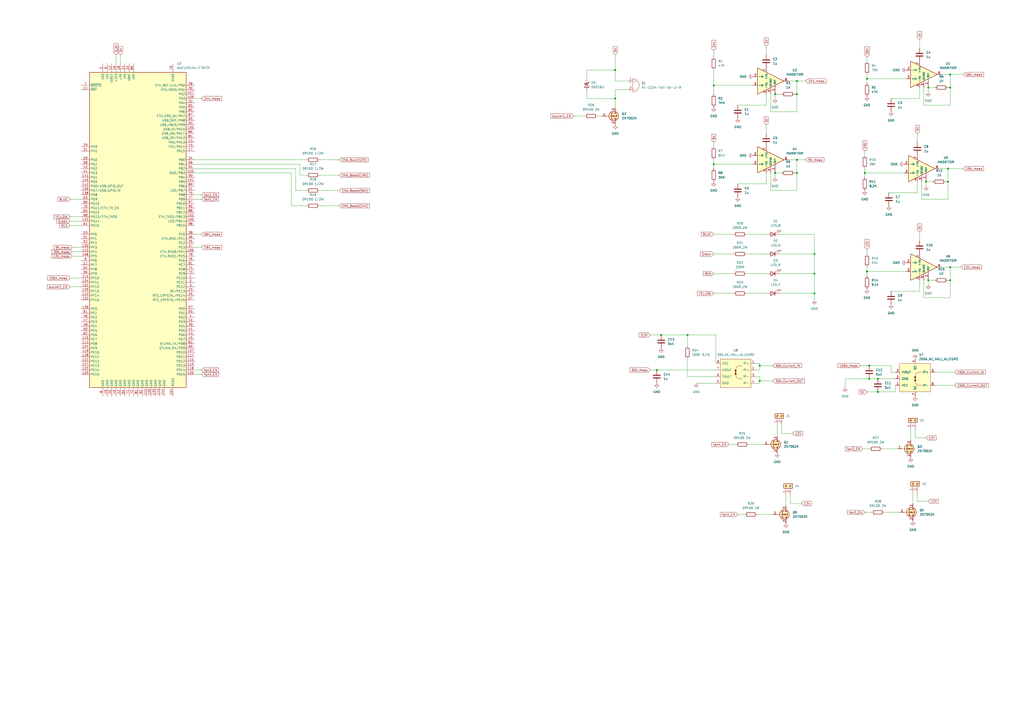
<source format=kicad_sch>
(kicad_sch (version 20231120) (generator "eeschema") (generator_version "8.0")
  (paper "A2")
  (junction (at 504.19 212.09))
  (junction (at 472.44 147.32))
  (junction (at 356.87 40.64))
  (junction (at 462.28 46.99))
  (junction (at 502.92 157.48))
  (junction (at 504.19 219.71))
  (junction (at 537.21 105.41))
  (junction (at 472.44 170.18))
  (junction (at 509.27 219.71))
  (junction (at 398.78 194.31))
  (junction (at 502.92 45.72))
  (junction (at 449.58 100.33))
  (junction (at 440.69 212.09))
  (junction (at 509.27 227.33))
  (junction (at 462.28 54.61))
  (junction (at 538.48 50.8))
  (junction (at 462.28 92.71))
  (junction (at 501.65 100.33))
  (junction (at 440.69 220.98))
  (junction (at 383.54 194.31))
  (junction (at 462.28 100.33))
  (junction (at 551.18 50.8))
  (junction (at 449.58 54.61))
  (junction (at 381 214.63))
  (junction (at 551.18 162.56))
  (junction (at 549.91 105.41))
  (junction (at 414.02 49.53))
  (junction (at 538.48 162.56))
  (junction (at 356.87 57.15))
  (junction (at 414.02 95.25))
  (junction (at 549.91 97.79))
  (junction (at 551.18 43.18))
  (junction (at 551.18 154.94))
  (junction (at 472.44 158.75))
  (wire (pts (xy 422.91 257.81) (xy 426.72 257.81)))
  (wire (pts (xy 116.84 214.63) (xy 113.03 214.63)))
  (wire (pts (xy 449.58 100.33) (xy 453.39 100.33)))
  (wire (pts (xy 439.42 298.45) (xy 448.31 298.45)))
  (wire (pts (xy 501.65 97.79) (xy 501.65 100.33)))
  (wire (pts (xy 551.18 43.18) (xy 546.1 43.18)))
  (wire (pts (xy 113.03 143.51) (xy 116.84 143.51)))
  (wire (pts (xy 448.31 212.09) (xy 440.69 212.09)))
  (wire (pts (xy 502.92 33.02) (xy 502.92 35.56)))
  (wire (pts (xy 462.28 54.61) (xy 462.28 64.77)))
  (wire (pts (xy 444.5 26.67) (xy 444.5 31.75)))
  (wire (pts (xy 551.18 154.94) (xy 546.1 154.94)))
  (wire (pts (xy 551.18 162.56) (xy 551.18 172.72)))
  (wire (pts (xy 414.02 82.55) (xy 414.02 85.09)))
  (wire (pts (xy 433.07 147.32) (xy 444.5 147.32)))
  (wire (pts (xy 113.03 95.25) (xy 173.99 95.25)))
  (wire (pts (xy 40.64 125.73) (xy 46.99 125.73)))
  (wire (pts (xy 449.58 57.15) (xy 449.58 54.61)))
  (wire (pts (xy 519.43 215.9) (xy 516.89 215.9)))
  (wire (pts (xy 414.02 29.21) (xy 414.02 33.02)))
  (wire (pts (xy 41.91 148.59) (xy 46.99 148.59)))
  (wire (pts (xy 447.04 100.33) (xy 447.04 110.49)))
  (wire (pts (xy 185.42 92.71) (xy 196.85 92.71)))
  (wire (pts (xy 434.34 257.81) (xy 443.23 257.81)))
  (wire (pts (xy 453.39 251.46) (xy 459.74 251.46)))
  (wire (pts (xy 551.18 162.56) (xy 549.91 162.56)))
  (wire (pts (xy 185.42 101.6) (xy 196.85 101.6)))
  (wire (pts (xy 549.91 97.79) (xy 558.8 97.79)))
  (wire (pts (xy 450.85 246.38) (xy 450.85 252.73)))
  (wire (pts (xy 549.91 105.41) (xy 548.64 105.41)))
  (wire (pts (xy 185.42 119.38) (xy 196.85 119.38)))
  (wire (pts (xy 414.02 147.32) (xy 425.45 147.32)))
  (wire (pts (xy 504.19 219.71) (xy 490.22 219.71)))
  (wire (pts (xy 356.87 40.64) (xy 356.87 46.99)))
  (wire (pts (xy 462.28 100.33) (xy 461.01 100.33)))
  (wire (pts (xy 383.54 194.31) (xy 398.78 194.31)))
  (wire (pts (xy 529.59 285.75) (xy 529.59 292.1)))
  (wire (pts (xy 525.78 45.72) (xy 502.92 45.72)))
  (wire (pts (xy 524.51 100.33) (xy 501.65 100.33)))
  (wire (pts (xy 414.02 40.64) (xy 414.02 49.53)))
  (wire (pts (xy 452.12 170.18) (xy 472.44 170.18)))
  (wire (pts (xy 533.4 50.8) (xy 533.4 57.15)))
  (wire (pts (xy 440.69 220.98) (xy 448.31 220.98)))
  (wire (pts (xy 113.03 100.33) (xy 168.91 100.33)))
  (wire (pts (xy 398.78 194.31) (xy 398.78 200.66)))
  (wire (pts (xy 340.36 45.72) (xy 340.36 40.64)))
  (wire (pts (xy 504.19 212.09) (xy 516.89 212.09)))
  (wire (pts (xy 414.02 135.89) (xy 425.45 135.89)))
  (wire (pts (xy 433.07 158.75) (xy 444.5 158.75)))
  (wire (pts (xy 433.07 170.18) (xy 444.5 170.18)))
  (wire (pts (xy 168.91 100.33) (xy 168.91 119.38)))
  (wire (pts (xy 398.78 194.31) (xy 415.29 194.31)))
  (wire (pts (xy 472.44 147.32) (xy 472.44 158.75)))
  (wire (pts (xy 444.5 54.61) (xy 444.5 60.96)))
  (wire (pts (xy 549.91 105.41) (xy 549.91 115.57)))
  (wire (pts (xy 499.11 212.09) (xy 504.19 212.09)))
  (wire (pts (xy 414.02 92.71) (xy 414.02 95.25)))
  (wire (pts (xy 40.64 128.27) (xy 46.99 128.27)))
  (wire (pts (xy 502.92 144.78) (xy 502.92 147.32)))
  (wire (pts (xy 452.12 147.32) (xy 472.44 147.32)))
  (wire (pts (xy 398.78 208.28) (xy 398.78 218.44)))
  (wire (pts (xy 440.69 220.98) (xy 440.69 222.25)))
  (wire (pts (xy 414.02 95.25) (xy 414.02 97.79)))
  (wire (pts (xy 113.03 135.89) (xy 116.84 135.89)))
  (wire (pts (xy 440.69 212.09) (xy 440.69 214.63)))
  (wire (pts (xy 455.93 287.02) (xy 455.93 293.37)))
  (wire (pts (xy 538.48 165.1) (xy 538.48 162.56)))
  (wire (pts (xy 440.69 212.09) (xy 440.69 210.82)))
  (wire (pts (xy 356.87 62.23) (xy 356.87 57.15)))
  (wire (pts (xy 532.13 105.41) (xy 532.13 111.76)))
  (wire (pts (xy 551.18 50.8) (xy 551.18 60.96)))
  (wire (pts (xy 537.21 105.41) (xy 541.02 105.41)))
  (wire (pts (xy 67.31 31.75) (xy 67.31 36.83)))
  (wire (pts (xy 458.47 292.1) (xy 464.82 292.1)))
  (wire (pts (xy 462.28 46.99) (xy 457.2 46.99)))
  (wire (pts (xy 501.65 100.33) (xy 501.65 102.87)))
  (wire (pts (xy 438.15 210.82) (xy 440.69 210.82)))
  (wire (pts (xy 436.88 49.53) (xy 414.02 49.53)))
  (wire (pts (xy 414.02 49.53) (xy 414.02 54.61)))
  (wire (pts (xy 452.12 158.75) (xy 472.44 158.75)))
  (wire (pts (xy 433.07 135.89) (xy 444.5 135.89)))
  (wire (pts (xy 113.03 217.17) (xy 116.84 217.17)))
  (wire (pts (xy 462.28 92.71) (xy 462.28 100.33)))
  (wire (pts (xy 438.15 218.44) (xy 440.69 218.44)))
  (wire (pts (xy 551.18 154.94) (xy 551.18 162.56)))
  (wire (pts (xy 113.03 97.79) (xy 171.45 97.79)))
  (wire (pts (xy 534.67 115.57) (xy 549.91 115.57)))
  (wire (pts (xy 41.91 146.05) (xy 46.99 146.05)))
  (wire (pts (xy 444.5 72.39) (xy 444.5 77.47)))
  (wire (pts (xy 381 214.63) (xy 415.29 214.63)))
  (wire (pts (xy 551.18 43.18) (xy 551.18 50.8)))
  (wire (pts (xy 519.43 219.71) (xy 509.27 219.71)))
  (wire (pts (xy 530.86 254) (xy 537.21 254)))
  (wire (pts (xy 458.47 287.02) (xy 458.47 292.1)))
  (wire (pts (xy 40.64 130.81) (xy 46.99 130.81)))
  (wire (pts (xy 340.36 53.34) (xy 340.36 57.15)))
  (wire (pts (xy 534.67 105.41) (xy 534.67 115.57)))
  (wire (pts (xy 427.99 298.45) (xy 431.8 298.45)))
  (wire (pts (xy 538.48 50.8) (xy 542.29 50.8)))
  (wire (pts (xy 444.5 60.96) (xy 427.99 60.96)))
  (wire (pts (xy 502.92 157.48) (xy 502.92 160.02)))
  (wire (pts (xy 415.29 194.31) (xy 415.29 210.82)))
  (wire (pts (xy 535.94 60.96) (xy 551.18 60.96)))
  (wire (pts (xy 171.45 97.79) (xy 171.45 110.49)))
  (wire (pts (xy 551.18 43.18) (xy 558.8 43.18)))
  (wire (pts (xy 177.8 101.6) (xy 173.99 101.6)))
  (wire (pts (xy 40.64 161.29) (xy 46.99 161.29)))
  (wire (pts (xy 549.91 97.79) (xy 544.83 97.79)))
  (wire (pts (xy 462.28 92.71) (xy 457.2 92.71)))
  (wire (pts (xy 542.29 215.9) (xy 553.72 215.9)))
  (wire (pts (xy 501.65 297.18) (xy 505.46 297.18)))
  (wire (pts (xy 532.13 285.75) (xy 532.13 290.83)))
  (wire (pts (xy 538.48 162.56) (xy 542.29 162.56)))
  (wire (pts (xy 472.44 135.89) (xy 472.44 147.32)))
  (wire (pts (xy 449.58 102.87) (xy 449.58 100.33)))
  (wire (pts (xy 449.58 54.61) (xy 453.39 54.61)))
  (wire (pts (xy 530.86 248.92) (xy 530.86 254)))
  (wire (pts (xy 535.94 50.8) (xy 535.94 60.96)))
  (wire (pts (xy 340.36 57.15) (xy 356.87 57.15)))
  (wire (pts (xy 346.71 67.31) (xy 349.25 67.31)))
  (wire (pts (xy 415.29 218.44) (xy 398.78 218.44)))
  (wire (pts (xy 40.64 115.57) (xy 46.99 115.57)))
  (wire (pts (xy 551.18 50.8) (xy 549.91 50.8)))
  (wire (pts (xy 332.74 67.31) (xy 339.09 67.31)))
  (wire (pts (xy 462.28 46.99) (xy 467.36 46.99)))
  (wire (pts (xy 532.13 111.76) (xy 515.62 111.76)))
  (wire (pts (xy 356.87 57.15) (xy 356.87 52.07)))
  (wire (pts (xy 113.03 57.15) (xy 116.84 57.15)))
  (wire (pts (xy 69.85 31.75) (xy 69.85 36.83)))
  (wire (pts (xy 462.28 100.33) (xy 462.28 110.49)))
  (wire (pts (xy 185.42 110.49) (xy 196.85 110.49)))
  (wire (pts (xy 447.04 54.61) (xy 447.04 64.77)))
  (wire (pts (xy 436.88 95.25) (xy 414.02 95.25)))
  (wire (pts (xy 511.81 260.35) (xy 520.7 260.35)))
  (wire (pts (xy 440.69 218.44) (xy 440.69 220.98)))
  (wire (pts (xy 171.45 110.49) (xy 177.8 110.49)))
  (wire (pts (xy 502.92 227.33) (xy 509.27 227.33)))
  (wire (pts (xy 447.04 64.77) (xy 462.28 64.77)))
  (wire (pts (xy 525.78 157.48) (xy 502.92 157.48)))
  (wire (pts (xy 528.32 248.92) (xy 528.32 255.27)))
  (wire (pts (xy 490.22 219.71) (xy 490.22 224.79)))
  (wire (pts (xy 356.87 52.07) (xy 364.49 52.07)))
  (wire (pts (xy 340.36 40.64) (xy 356.87 40.64)))
  (wire (pts (xy 502.92 154.94) (xy 502.92 157.48)))
  (wire (pts (xy 533.4 22.86) (xy 533.4 27.94)))
  (wire (pts (xy 173.99 101.6) (xy 173.99 95.25)))
  (wire (pts (xy 538.48 53.34) (xy 538.48 50.8)))
  (wire (pts (xy 364.49 46.99) (xy 356.87 46.99)))
  (wire (pts (xy 444.5 100.33) (xy 444.5 106.68)))
  (wire (pts (xy 500.38 260.35) (xy 504.19 260.35)))
  (wire (pts (xy 533.4 168.91) (xy 516.89 168.91)))
  (wire (pts (xy 513.08 297.18) (xy 521.97 297.18)))
  (wire (pts (xy 462.28 46.99) (xy 462.28 54.61)))
  (wire (pts (xy 537.21 107.95) (xy 537.21 105.41)))
  (wire (pts (xy 414.02 158.75) (xy 425.45 158.75)))
  (wire (pts (xy 535.94 162.56) (xy 535.94 172.72)))
  (wire (pts (xy 549.91 97.79) (xy 549.91 105.41)))
  (wire (pts (xy 414.02 170.18) (xy 425.45 170.18)))
  (wire (pts (xy 509.27 227.33) (xy 519.43 227.33)))
  (wire (pts (xy 113.03 92.71) (xy 177.8 92.71)))
  (wire (pts (xy 501.65 87.63) (xy 501.65 90.17)))
  (wire (pts (xy 403.86 222.25) (xy 415.29 222.25)))
  (wire (pts (xy 356.87 31.75) (xy 356.87 40.64)))
  (wire (pts (xy 40.64 166.37) (xy 46.99 166.37)))
  (wire (pts (xy 462.28 92.71) (xy 467.36 92.71)))
  (wire (pts (xy 516.89 215.9) (xy 516.89 212.09)))
  (wire (pts (xy 533.4 162.56) (xy 533.4 168.91)))
  (wire (pts (xy 502.92 45.72) (xy 502.92 48.26)))
  (wire (pts (xy 113.03 113.03) (xy 116.84 113.03)))
  (wire (pts (xy 452.12 135.89) (xy 472.44 135.89)))
  (wire (pts (xy 502.92 43.18) (xy 502.92 45.72)))
  (wire (pts (xy 472.44 170.18) (xy 472.44 173.99)))
  (wire (pts (xy 533.4 57.15) (xy 516.89 57.15)))
  (wire (pts (xy 532.13 290.83) (xy 538.48 290.83)))
  (wire (pts (xy 535.94 172.72) (xy 551.18 172.72)))
  (wire (pts (xy 533.4 134.62) (xy 533.4 139.7)))
  (wire (pts (xy 542.29 223.52) (xy 553.72 223.52)))
  (wire (pts (xy 438.15 222.25) (xy 440.69 222.25)))
  (wire (pts (xy 438.15 214.63) (xy 440.69 214.63)))
  (wire (pts (xy 551.18 154.94) (xy 557.53 154.94)))
  (wire (pts (xy 453.39 246.38) (xy 453.39 251.46)))
  (wire (pts (xy 532.13 77.47) (xy 532.13 82.55)))
  (wire (pts (xy 168.91 119.38) (xy 177.8 119.38)))
  (wire (pts (xy 519.43 223.52) (xy 519.43 227.33)))
  (wire (pts (xy 472.44 158.75) (xy 472.44 170.18)))
  (wire (pts (xy 462.28 54.61) (xy 461.01 54.61)))
  (wire (pts (xy 377.19 214.63) (xy 381 214.63)))
  (wire (pts (xy 41.91 143.51) (xy 46.99 143.51)))
  (wire (pts (xy 116.84 115.57) (xy 113.03 115.57)))
  (wire (pts (xy 377.19 194.31) (xy 383.54 194.31)))
  (wire (pts (xy 509.27 219.71) (xy 504.19 219.71)))
  (wire (pts (xy 447.04 110.49) (xy 462.28 110.49)))
  (wire (pts (xy 444.5 106.68) (xy 427.99 106.68)))
  (global_label "fan2_EN" (shape input) (at 501.65 297.18 180) (property "Intersheetrefs" "${INTERSHEET_REFS}" (effects (hide yes))))
  (global_label "9V_meas" (shape input) (at 467.36 92.71 0) (property "Intersheetrefs" "${INTERSHEET_REFS}" (effects (hide yes))))
  (global_label "5V" (shape input) (at 356.87 31.75 90) (property "Intersheetrefs" "${INTERSHEET_REFS}" (effects (hide yes))))
  (global_label "12V" (shape input) (at 459.74 251.46 0) (property "Intersheetrefs" "${INTERSHEET_REFS}" (effects (hide yes))))
  (global_label "12V_meas" (shape input) (at 41.91 148.59 180) (property "Intersheetrefs" "${INTERSHEET_REFS}" (effects (hide yes))))
  (global_label "12V" (shape input) (at 464.82 292.1 0) (property "Intersheetrefs" "${INTERSHEET_REFS}" (effects (hide yes))))
  (global_label "RED" (shape input) (at 414.02 158.75 180) (property "Intersheetrefs" "${INTERSHEET_REFS}" (effects (hide yes))))
  (global_label "12V" (shape input) (at 537.21 254 0) (property "Intersheetrefs" "${INTERSHEET_REFS}" (effects (hide yes))))
  (global_label "fan1_EN" (shape input) (at 116.84 113.03 0) (property "Intersheetrefs" "${INTERSHEET_REFS}" (effects (hide yes))))
  (global_label "12V" (shape input) (at 502.92 144.78 90) (property "Intersheetrefs" "${INTERSHEET_REFS}" (effects (hide yes))))
  (global_label "fan3_EN" (shape input) (at 500.38 260.35 180) (property "Intersheetrefs" "${INTERSHEET_REFS}" (effects (hide yes))))
  (global_label "150A_Current_IN" (shape input) (at 553.72 215.9 0) (property "Intersheetrefs" "${INTERSHEET_REFS}" (effects (hide yes))))
  (global_label "fan4_EN" (shape input) (at 422.91 257.81 180) (property "Intersheetrefs" "${INTERSHEET_REFS}" (effects (hide yes))))
  (global_label "ENA_Boost(19V)" (shape input) (at 196.85 101.6 0) (property "Intersheetrefs" "${INTERSHEET_REFS}" (effects (hide yes))))
  (global_label "3.3V" (shape input) (at 67.31 31.75 90) (property "Intersheetrefs" "${INTERSHEET_REFS}" (effects (hide yes))))
  (global_label "5V" (shape input) (at 533.4 134.62 90) (property "Intersheetrefs" "${INTERSHEET_REFS}" (effects (hide yes))))
  (global_label "3.3V" (shape input) (at 377.19 194.31 180) (property "Intersheetrefs" "${INTERSHEET_REFS}" (effects (hide yes))))
  (global_label "fan4_EN" (shape input) (at 116.84 217.17 0) (property "Intersheetrefs" "${INTERSHEET_REFS}" (effects (hide yes))))
  (global_label "BLUE" (shape input) (at 414.02 135.89 180) (property "Intersheetrefs" "${INTERSHEET_REFS}" (effects (hide yes))))
  (global_label "150A_meas" (shape input) (at 499.11 212.09 180) (property "Intersheetrefs" "${INTERSHEET_REFS}" (effects (hide yes))))
  (global_label "ENA_Buck(12V)" (shape input) (at 196.85 92.71 0) (property "Intersheetrefs" "${INTERSHEET_REFS}" (effects (hide yes))))
  (global_label "buzzer1_EN" (shape input) (at 332.74 67.31 180) (property "Intersheetrefs" "${INTERSHEET_REFS}" (effects (hide yes))))
  (global_label "56V" (shape input) (at 502.92 33.02 90) (property "Intersheetrefs" "${INTERSHEET_REFS}" (effects (hide yes))))
  (global_label "fan3_EN" (shape input) (at 116.84 214.63 0) (property "Intersheetrefs" "${INTERSHEET_REFS}" (effects (hide yes))))
  (global_label "RED" (shape input) (at 40.64 130.81 180) (property "Intersheetrefs" "${INTERSHEET_REFS}" (effects (hide yes))))
  (global_label "19V_meas" (shape input) (at 116.84 143.51 0) (property "Intersheetrefs" "${INTERSHEET_REFS}" (effects (hide yes))))
  (global_label "24V" (shape input) (at 414.02 29.21 90) (property "Intersheetrefs" "${INTERSHEET_REFS}" (effects (hide yes))))
  (global_label "ENA_Boost(56V)" (shape input) (at 196.85 110.49 0) (property "Intersheetrefs" "${INTERSHEET_REFS}" (effects (hide yes))))
  (global_label "YELLOW" (shape input) (at 414.02 170.18 180) (property "Intersheetrefs" "${INTERSHEET_REFS}" (effects (hide yes))))
  (global_label "56V_meas" (shape input) (at 558.8 43.18 0) (property "Intersheetrefs" "${INTERSHEET_REFS}" (effects (hide yes))))
  (global_label "ENA_Boost(24V)" (shape input) (at 196.85 119.38 0) (property "Intersheetrefs" "${INTERSHEET_REFS}" (effects (hide yes))))
  (global_label "5V" (shape input) (at 502.92 227.33 180) (property "Intersheetrefs" "${INTERSHEET_REFS}" (effects (hide yes))))
  (global_label "5V" (shape input) (at 533.4 22.86 90) (property "Intersheetrefs" "${INTERSHEET_REFS}" (effects (hide yes))))
  (global_label "150A_Current_OUT" (shape input) (at 553.72 223.52 0) (property "Intersheetrefs" "${INTERSHEET_REFS}" (effects (hide yes))))
  (global_label "12V_meas" (shape input) (at 557.53 154.94 0) (property "Intersheetrefs" "${INTERSHEET_REFS}" (effects (hide yes))))
  (global_label "56V_meas" (shape input) (at 116.84 135.89 0) (property "Intersheetrefs" "${INTERSHEET_REFS}" (effects (hide yes))))
  (global_label "5V" (shape input) (at 69.85 31.75 90) (property "Intersheetrefs" "${INTERSHEET_REFS}" (effects (hide yes))))
  (global_label "YELLOW" (shape input) (at 40.64 125.73 180) (property "Intersheetrefs" "${INTERSHEET_REFS}" (effects (hide yes))))
  (global_label "9V_meas" (shape input) (at 41.91 143.51 180) (property "Intersheetrefs" "${INTERSHEET_REFS}" (effects (hide yes))))
  (global_label "30A_meas" (shape input) (at 377.19 214.63 180) (property "Intersheetrefs" "${INTERSHEET_REFS}" (effects (hide yes))))
  (global_label "fan1_EN" (shape input) (at 427.99 298.45 180) (property "Intersheetrefs" "${INTERSHEET_REFS}" (effects (hide yes))))
  (global_label "buzzer1_EN" (shape input) (at 40.64 166.37 180) (property "Intersheetrefs" "${INTERSHEET_REFS}" (effects (hide yes))))
  (global_label "30A_Current_IN" (shape input) (at 448.31 212.09 0) (property "Intersheetrefs" "${INTERSHEET_REFS}" (effects (hide yes))))
  (global_label "9V" (shape input) (at 414.02 82.55 90) (property "Intersheetrefs" "${INTERSHEET_REFS}" (effects (hide yes))))
  (global_label "12V" (shape input) (at 538.48 290.83 0) (property "Intersheetrefs" "${INTERSHEET_REFS}" (effects (hide yes))))
  (global_label "24V_meas" (shape input) (at 116.84 57.15 0) (property "Intersheetrefs" "${INTERSHEET_REFS}" (effects (hide yes))))
  (global_label "30A_Current_OUT" (shape input) (at 448.31 220.98 0) (property "Intersheetrefs" "${INTERSHEET_REFS}" (effects (hide yes))))
  (global_label "5V" (shape input) (at 444.5 26.67 90) (property "Intersheetrefs" "${INTERSHEET_REFS}" (effects (hide yes))))
  (global_label "5V" (shape input) (at 444.5 72.39 90) (property "Intersheetrefs" "${INTERSHEET_REFS}" (effects (hide yes))))
  (global_label "fan2_EN" (shape input) (at 116.84 115.57 0) (property "Intersheetrefs" "${INTERSHEET_REFS}" (effects (hide yes))))
  (global_label "Green" (shape input) (at 414.02 147.32 180) (property "Intersheetrefs" "${INTERSHEET_REFS}" (effects (hide yes))))
  (global_label "150A_meas" (shape input) (at 40.64 161.29 180) (property "Intersheetrefs" "${INTERSHEET_REFS}" (effects (hide yes))))
  (global_label "Green" (shape input) (at 40.64 128.27 180) (property "Intersheetrefs" "${INTERSHEET_REFS}" (effects (hide yes))))
  (global_label "19V" (shape input) (at 501.65 87.63 90) (property "Intersheetrefs" "${INTERSHEET_REFS}" (effects (hide yes))))
  (global_label "BLUE" (shape input) (at 40.64 115.57 180) (property "Intersheetrefs" "${INTERSHEET_REFS}" (effects (hide yes))))
  (global_label "19V_meas" (shape input) (at 558.8 97.79 0) (property "Intersheetrefs" "${INTERSHEET_REFS}" (effects (hide yes))))
  (global_label "5V" (shape input) (at 532.13 77.47 90) (property "Intersheetrefs" "${INTERSHEET_REFS}" (effects (hide yes))))
  (global_label "30A_meas" (shape input) (at 41.91 146.05 180) (property "Intersheetrefs" "${INTERSHEET_REFS}" (effects (hide yes))))
  (global_label "24V_meas" (shape input) (at 467.36 46.99 0) (property "Intersheetrefs" "${INTERSHEET_REFS}" (effects (hide yes))))
  (symbol (lib_id "rsx_Resistors:75K") (at 502.92 39.37 0) (unit 1)
    (property "Reference" "R4" (at 505.46 38.0999 0) (effects (justify left)))
    (property "Value" "75K" (at 505.46 40.6399 0) (effects (justify left)))
    (property "Footprint" "rsx_resistors:R_0603_1608Metric" (effects (hide yes)))
    (property "Datasheet" "https://www.seielect.com/catalog/sei-rmcf_rmcp.pdf" (effects (hide yes)))
    (property "Description" "RES 75K OHM 1% 1/10W 0603" (effects (hide yes)))
    (property "MFR" "Stackpole Electronics Inc" (effects (hide yes)))
    (property "DPN" "RMCF0603FT75K0CT-ND" (effects (hide yes)))
    (property "MPN" "RMCF0603FT75K0" (effects (hide yes)))
  )
  (symbol (lib_id "rsx_Capacitors:1u") (at 533.4 31.75 0) (unit 1)
    (property "Reference" "C4" (at 537.21 30.4799 0) (effects (justify left)))
    (property "Value" "1u" (at 537.21 33.0199 0) (effects (justify left)))
    (property "Footprint" "rsx_capacitors:C_0805_2012Metric" (effects (hide yes)))
    (property "Description" "CAP CER 1UF 50V X7R 0805" (effects (hide yes)))
    (property "MFR" "Samsung Electro-Mechanics" (effects (hide yes)))
    (property "DPN" "1276-1029-1-ND" (effects (hide yes)))
    (property "MPN" "CL21B105KBFNNNE" (effects (hide yes)))
  )
  (symbol (lib_id "rsx_Resistors:0R100 1/2W") (at 181.61 119.38 90) (unit 1)
    (property "Reference" "R19" (at 181.61 113.03 90))
    (property "Value" "0R100 1/2W" (at 181.61 115.57 90))
    (property "Footprint" "rsx_resistors:R_1206_3216Metric" (effects (hide yes)))
    (property "Description" "RES 0.1 OHM 1% 1/2W 1206" (effects (hide yes)))
    (property "MFR" "Stackpole Electronics Inc" (effects (hide yes)))
    (property "DPN" "CSR1206FTR100CT-ND" (effects (hide yes)))
    (property "MPN" "CSR1206FTR100" (effects (hide yes)))
  )
  (symbol (lib_id "rsx_opamps:INA597IDR") (at 447.04 46.99 0) (unit 1)
    (property "Reference" "U2" (at 461.01 40.6714 0))
    (property "Value" "INA597IDR" (at 461.01 43.2114 0))
    (property "Datasheet" "https://www.ti.com/lit/ds/symlink/ina597.pdf" (effects (hide yes)))
    (property "Description" "IC OPAMP DIFF 1 CIRCUIT 8SOIC" (effects (hide yes)))
    (property "MFR" "Texas Instruments" (effects (hide yes)))
    (property "DPN" "296-INA597IDRCT-ND" (effects (hide yes)))
    (property "MPN" "INA597IDR" (effects (hide yes)))
  )
  (symbol (lib_id "rsx_opamps:INA597IDR") (at 534.67 97.79 0) (unit 1)
    (property "Reference" "U5" (at 548.64 91.4714 0))
    (property "Value" "INA597IDR" (at 548.64 94.0114 0))
    (property "Datasheet" "https://www.ti.com/lit/ds/symlink/ina597.pdf" (effects (hide yes)))
    (property "Description" "IC OPAMP DIFF 1 CIRCUIT 8SOIC" (effects (hide yes)))
    (property "MFR" "Texas Instruments" (effects (hide yes)))
    (property "DPN" "296-INA597IDRCT-ND" (effects (hide yes)))
    (property "MPN" "INA597IDR" (effects (hide yes)))
  )
  (symbol (lib_id "rsx_opamps:INA597IDR") (at 535.94 43.18 0) (unit 1)
    (property "Reference" "U1" (at 549.91 36.8614 0))
    (property "Value" "INA597IDR" (at 549.91 39.4014 0))
    (property "Datasheet" "https://www.ti.com/lit/ds/symlink/ina597.pdf" (effects (hide yes)))
    (property "Description" "IC OPAMP DIFF 1 CIRCUIT 8SOIC" (effects (hide yes)))
    (property "MFR" "Texas Instruments" (effects (hide yes)))
    (property "DPN" "296-INA597IDRCT-ND" (effects (hide yes)))
    (property "MPN" "INA597IDR" (effects (hide yes)))
  )
  (symbol (lib_id "rsx_Transistors:2N7002K") (at 448.31 257.81 0) (unit 1)
    (property "Reference" "Q1" (at 454.66 256.5399 0) (effects (justify left)))
    (property "Value" "2N7002K" (at 454.66 259.0799 0) (effects (justify left)))
    (property "Footprint" "rsx_packages_TO_SOT:SOT-23" (effects (hide yes)))
    (property "Datasheet" "https://www.onsemi.com/pub/Collateral/BSS138-D.PDF" (effects (hide yes)))
    (property "Description" "MOSFET N-CH 60V 300MA SOT23-3" (effects (hide yes)))
    (property "MFR" "Vishay Siliconix" (effects (hide yes)))
    (property "DPN" "742-2N7002K-T1-E3CT-ND" (effects (hide yes)))
    (property "MPN" "2N7002K-T1-E3" (effects (hide yes)))
  )
  (symbol (lib_id "rsx_Capacitors:1u") (at 427.99 64.77 0) (unit 1)
    (property "Reference" "C1" (at 431.8 63.4999 0) (effects (justify left)))
    (property "Value" "1u" (at 431.8 66.0399 0) (effects (justify left)))
    (property "Footprint" "rsx_capacitors:C_0805_2012Metric" (effects (hide yes)))
    (property "Description" "CAP CER 1UF 50V X7R 0805" (effects (hide yes)))
    (property "MFR" "Samsung Electro-Mechanics" (effects (hide yes)))
    (property "DPN" "1276-1029-1-ND" (effects (hide yes)))
    (property "MPN" "CL21B105KBFNNNE" (effects (hide yes)))
  )
  (symbol (lib_id "power:GND") (at 501.65 110.49 0) (unit 1)
    (property "Reference" "#PWR013" (effects (hide yes)))
    (property "Value" "GND" (at 501.65 115.57 0))
    (property "Description" "Power symbol creates a global label with name \"GND\" , ground" (effects (hide yes)))
  )
  (symbol (lib_id "rsx_Resistors:0R100 2W") (at 430.53 257.81 90) (unit 1)
    (property "Reference" "R25" (at 430.53 251.46 90))
    (property "Value" "0R100 2W" (at 430.53 254 90))
    (property "Footprint" "rsx_resistors:R_2512_6332Metric" (effects (hide yes)))
    (property "Description" "RES 0.1 OHM 1% 2W 2512" (effects (hide yes)))
    (property "MFR" "Stackpole Electronics Inc" (effects (hide yes)))
    (property "DPN" "CSRN2512FTR100CT-ND" (effects (hide yes)))
    (property "MPN" "CSRN2512FTR100" (effects (hide yes)))
  )
  (symbol (lib_id "rsx_Resistors:100K 0.1%") (at 398.78 204.47 0) (unit 1)
    (property "Reference" "R24" (at 401.32 203.1999 0) (effects (justify left)))
    (property "Value" "100K 0.1%" (at 401.32 205.7399 0) (effects (justify left)))
    (property "Footprint" "rsx_resistors:R_0603_1608Metric" (effects (hide yes)))
    (property "Description" "RES SMD 100K OHM 0.1% 1/10W 0603" (effects (hide yes)))
    (property "MFR" "YAGEO" (effects (hide yes)))
    (property "DPN" "YAG1235CT-ND" (effects (hide yes)))
    (property "MPN" "RT0603BRD07100KL" (effects (hide yes)))
  )
  (symbol (lib_id "rsx_Resistors:1K") (at 457.2 100.33 90) (unit 1)
    (property "Reference" "R9" (at 457.2 93.98 90))
    (property "Value" "1K" (at 457.2 96.52 90))
    (property "Footprint" "rsx_resistors:R_0603_1608Metric" (effects (hide yes)))
    (property "Description" "RES 1K OHM 1% 1/10W 0603" (effects (hide yes)))
    (property "MFR" "Stackpole Electronics Inc" (effects (hide yes)))
    (property "DPN" "RMCF0603FT1K00CT-ND" (effects (hide yes)))
    (property "MPN" "RMCF0603FT1K00" (effects (hide yes)))
  )
  (symbol (lib_id "power:GND") (at 381 222.25 0) (unit 1)
    (property "Reference" "#PWR027" (effects (hide yes)))
    (property "Value" "GND" (at 381 227.33 0))
    (property "Description" "Power symbol creates a global label with name \"GND\" , ground" (effects (hide yes)))
  )
  (symbol (lib_id "rsx_Resistors:1K") (at 546.1 50.8 90) (unit 1)
    (property "Reference" "R6" (at 546.1 44.45 90))
    (property "Value" "1K" (at 546.1 46.99 90))
    (property "Footprint" "rsx_resistors:R_0603_1608Metric" (effects (hide yes)))
    (property "Description" "RES 1K OHM 1% 1/10W 0603" (effects (hide yes)))
    (property "MFR" "Stackpole Electronics Inc" (effects (hide yes)))
    (property "DPN" "RMCF0603FT1K00CT-ND" (effects (hide yes)))
    (property "MPN" "RMCF0603FT1K00" (effects (hide yes)))
  )
  (symbol (lib_id "rsx_Transistors:2N7002K") (at 527.05 297.18 0) (unit 1)
    (property "Reference" "Q4" (at 533.4 295.9099 0) (effects (justify left)))
    (property "Value" "2N7002K" (at 533.4 298.4499 0) (effects (justify left)))
    (property "Footprint" "rsx_packages_TO_SOT:SOT-23" (effects (hide yes)))
    (property "Datasheet" "https://www.onsemi.com/pub/Collateral/BSS138-D.PDF" (effects (hide yes)))
    (property "Description" "MOSFET N-CH 60V 300MA SOT23-3" (effects (hide yes)))
    (property "MFR" "Vishay Siliconix" (effects (hide yes)))
    (property "DPN" "742-2N7002K-T1-E3CT-ND" (effects (hide yes)))
    (property "MPN" "2N7002K-T1-E3" (effects (hide yes)))
  )
  (symbol (lib_id "rsx_Resistors:0R100 2W") (at 435.61 298.45 90) (unit 1)
    (property "Reference" "R29" (at 435.61 292.1 90))
    (property "Value" "0R100 2W" (at 435.61 294.64 90))
    (property "Footprint" "rsx_resistors:R_2512_6332Metric" (effects (hide yes)))
    (property "Description" "RES 0.1 OHM 1% 2W 2512" (effects (hide yes)))
    (property "MFR" "Stackpole Electronics Inc" (effects (hide yes)))
    (property "DPN" "CSRN2512FTR100CT-ND" (effects (hide yes)))
    (property "MPN" "CSRN2512FTR100" (effects (hide yes)))
  )
  (symbol (lib_id "power:GND") (at 449.58 57.15 0) (unit 1)
    (property "Reference" "#PWR04" (effects (hide yes)))
    (property "Value" "GND" (at 449.58 62.23 0))
    (property "Description" "Power symbol creates a global label with name \"GND\" , ground" (effects (hide yes)))
  )
  (symbol (lib_id "rsx_header_screw:Screw_Terminal_2x2.54") (at 450.85 241.3 90) (unit 1)
    (property "Reference" "J1" (at 455.93 241.2999 90) (effects (justify right)))
    (property "Value" "Screw_Terminal_2x2.54" (effects (hide yes)))
    (property "Footprint" "rsx_headers_screw:Wurth_691210910002" (effects (hide yes)))
    (property "Description" "TERM BLOCK 2P HORIZON 2.54MM PCB" (effects (hide yes)))
    (property "MFR" "Würth Elektronik" (effects (hide yes)))
    (property "DPN" "732-691210910002-ND" (effects (hide yes)))
    (property "MPN" "691210910002" (effects (hide yes)))
  )
  (symbol (lib_id "rsx_Resistors:6K2") (at 414.02 88.9 0) (unit 1)
    (property "Reference" "R7" (at 416.56 87.6299 0) (effects (justify left)))
    (property "Value" "6K2" (at 416.56 90.1699 0) (effects (justify left)))
    (property "Footprint" "rsx_resistors:R_0603_1608Metric" (effects (hide yes)))
    (property "Description" "RES 6.2K OHM 5% 1/10W 0603" (effects (hide yes)))
    (property "MFR" "YAGEO" (effects (hide yes)))
    (property "DPN" "311-6.2KGRCT-ND" (effects (hide yes)))
    (property "MPN" "RC0603JR-076K2L" (effects (hide yes)))
  )
  (symbol (lib_id "rsx_Capacitors:1u") (at 532.13 86.36 0) (unit 1)
    (property "Reference" "C8" (at 535.94 85.0899 0) (effects (justify left)))
    (property "Value" "1u" (at 535.94 87.6299 0) (effects (justify left)))
    (property "Footprint" "rsx_capacitors:C_0805_2012Metric" (effects (hide yes)))
    (property "Description" "CAP CER 1UF 50V X7R 0805" (effects (hide yes)))
    (property "MFR" "Samsung Electro-Mechanics" (effects (hide yes)))
    (property "DPN" "1276-1029-1-ND" (effects (hide yes)))
    (property "MPN" "CL21B105KBFNNNE" (effects (hide yes)))
  )
  (symbol (lib_id "power:GND") (at 414.02 62.23 0) (unit 1)
    (property "Reference" "#PWR01" (effects (hide yes)))
    (property "Value" "GND" (at 414.02 67.31 0))
    (property "Description" "Power symbol creates a global label with name \"GND\" , ground" (effects (hide yes)))
  )
  (symbol (lib_id "rsx_header_screw:Screw_Terminal_2x2.54") (at 529.59 280.67 90) (unit 1)
    (property "Reference" "J3" (at 534.67 280.6699 90) (effects (justify right)))
    (property "Value" "Screw_Terminal_2x2.54" (effects (hide yes)))
    (property "Footprint" "rsx_headers_screw:Wurth_691210910002" (effects (hide yes)))
    (property "Description" "TERM BLOCK 2P HORIZON 2.54MM PCB" (effects (hide yes)))
    (property "MFR" "Würth Elektronik" (effects (hide yes)))
    (property "DPN" "732-691210910002-ND" (effects (hide yes)))
    (property "MPN" "691210910002" (effects (hide yes)))
  )
  (symbol (lib_id "rsx_diodes:DSS16U") (at 340.36 49.53 270) (unit 1)
    (property "Reference" "D5" (at 342.9 47.9424 90) (effects (justify left)))
    (property "Value" "DSS16U" (at 342.9 50.4824 90) (effects (justify left)))
    (property "Footprint" "rsx_diodes:D_SOD-123F" (effects (hide yes)))
    (property "Description" "DIODE SCHOTTKY 60V 1A SOD123FL" (effects (hide yes)))
    (property "MFR" "SMC Diode Solutions" (effects (hide yes)))
    (property "DPN" "1655-DSS16UCT-ND" (effects (hide yes)))
    (property "Description_1" "DIODE SCHOTTKY 60V 1A SOD123FL" (effects (hide yes)))
    (property "MPN" "DSS16U" (effects (hide yes)))
  )
  (symbol (lib_id "rsx_Resistors:3K6") (at 414.02 101.6 0) (unit 1)
    (property "Reference" "R8" (at 416.56 100.3299 0) (effects (justify left)))
    (property "Value" "3K6" (at 416.56 102.8699 0) (effects (justify left)))
    (property "Footprint" "rsx_resistors:R_0603_1608Metric" (effects (hide yes)))
    (property "Description" "RES SMD 3.6K OHM 5% 1/10W 0603" (effects (hide yes)))
    (property "MFR" "Panasonic Electronic Components" (effects (hide yes)))
    (property "DPN" "P3.6KGCT-ND" (effects (hide yes)))
    (property "MPN" "ERJ-3GEYJ362V" (effects (hide yes)))
  )
  (symbol (lib_id "power:GND") (at 525.78 40.64 270) (unit 1)
    (property "Reference" "#PWR06" (effects (hide yes)))
    (property "Value" "GND" (at 521.97 40.6399 90) (effects (justify right)))
    (property "Description" "Power symbol creates a global label with name \"GND\" , ground" (effects (hide yes)))
  )
  (symbol (lib_id "rsx_Resistors:47K") (at 502.92 52.07 0) (unit 1)
    (property "Reference" "R5" (at 505.46 50.7999 0) (effects (justify left)))
    (property "Value" "47K" (at 505.46 53.3399 0) (effects (justify left)))
    (property "Footprint" "rsx_resistors:R_0603_1608Metric" (effects (hide yes)))
    (property "Datasheet" "https://www.yageo.com/upload/media/product/products/datasheet/rchip/PYu-RC_Group_51_RoHS_L_12.pdf" (effects (hide yes)))
    (property "Description" "RES 47K OHM 1% 1/10W 0603" (effects (hide yes)))
    (property "MFR" "YAGEO" (effects (hide yes)))
    (property "DPN" "311-47.0KHRCT-ND" (effects (hide yes)))
    (property "MPN" "RC0603FR-0747KL" (effects (hide yes)))
  )
  (symbol (lib_id "rsx_Capacitors:1u") (at 516.89 60.96 0) (unit 1)
    (property "Reference" "C3" (at 520.7 59.6899 0) (effects (justify left)))
    (property "Value" "1u" (at 520.7 62.2299 0) (effects (justify left)))
    (property "Footprint" "rsx_capacitors:C_0805_2012Metric" (effects (hide yes)))
    (property "Description" "CAP CER 1UF 50V X7R 0805" (effects (hide yes)))
    (property "MFR" "Samsung Electro-Mechanics" (effects (hide yes)))
    (property "DPN" "1276-1029-1-ND" (effects (hide yes)))
    (property "MPN" "CL21B105KBFNNNE" (effects (hide yes)))
  )
  (symbol (lib_id "rsx_opamps:INA597IDR") (at 535.94 154.94 0) (unit 1)
    (property "Reference" "U6" (at 549.91 148.6214 0))
    (property "Value" "INA597IDR" (at 549.91 151.1614 0))
    (property "Datasheet" "https://www.ti.com/lit/ds/symlink/ina597.pdf" (effects (hide yes)))
    (property "Description" "IC OPAMP DIFF 1 CIRCUIT 8SOIC" (effects (hide yes)))
    (property "MFR" "Texas Instruments" (effects (hide yes)))
    (property "DPN" "296-INA597IDRCT-ND" (effects (hide yes)))
    (property "MPN" "INA597IDR" (effects (hide yes)))
  )
  (symbol (lib_id "rsx_Transistors:2N7002K") (at 453.39 298.45 0) (unit 1)
    (property "Reference" "Q5" (at 459.74 297.1799 0) (effects (justify left)))
    (property "Value" "2N7002K" (at 459.74 299.7199 0) (effects (justify left)))
    (property "Footprint" "rsx_packages_TO_SOT:SOT-23" (effects (hide yes)))
    (property "Datasheet" "https://www.onsemi.com/pub/Collateral/BSS138-D.PDF" (effects (hide yes)))
    (property "Description" "MOSFET N-CH 60V 300MA SOT23-3" (effects (hide yes)))
    (property "MFR" "Vishay Siliconix" (effects (hide yes)))
    (property "DPN" "742-2N7002K-T1-E3CT-ND" (effects (hide yes)))
    (property "MPN" "2N7002K-T1-E3" (effects (hide yes)))
  )
  (symbol (lib_id "rsx_Capacitors:0u1") (at 504.19 215.9 0) (unit 1)
    (property "Reference" "C12" (at 508 214.6299 0) (effects (justify left)))
    (property "Value" "0u1" (at 508 217.1699 0) (effects (justify left)))
    (property "Footprint" "rsx_capacitors:C_0603_1608Metric" (effects (hide yes)))
    (property "Description" "CAP CER 0.1UF 50V X7R 0603" (effects (hide yes)))
    (property "MFR" "TDK Corporation" (effects (hide yes)))
    (property "DPN" "445-1314-1-ND" (effects (hide yes)))
    (property "MPN" "C1608X7R1H104K080AA" (effects (hide yes)))
  )
  (symbol (lib_id "rsx_Capacitors:1u") (at 444.5 81.28 0) (unit 1)
    (property "Reference" "C6" (at 448.31 80.0099 0) (effects (justify left)))
    (property "Value" "1u" (at 448.31 82.5499 0) (effects (justify left)))
    (property "Footprint" "rsx_capacitors:C_0805_2012Metric" (effects (hide yes)))
    (property "Description" "CAP CER 1UF 50V X7R 0805" (effects (hide yes)))
    (property "MFR" "Samsung Electro-Mechanics" (effects (hide yes)))
    (property "DPN" "1276-1029-1-ND" (effects (hide yes)))
    (property "MPN" "CL21B105KBFNNNE" (effects (hide yes)))
  )
  (symbol (lib_id "power:GND") (at 356.87 72.39 0) (unit 1)
    (property "Reference" "#PWR029" (effects (hide yes)))
    (property "Value" "GND" (at 356.87 77.47 0))
    (property "Description" "Power symbol creates a global label with name \"GND\" , ground" (effects (hide yes)))
  )
  (symbol (lib_id "rsx_Capacitors:1u") (at 381 218.44 0) (unit 1)
    (property "Reference" "C14" (at 384.81 217.1699 0) (effects (justify left)))
    (property "Value" "1u" (at 384.81 219.7099 0) (effects (justify left)))
    (property "Footprint" "rsx_capacitors:C_0805_2012Metric" (effects (hide yes)))
    (property "Description" "CAP CER 1UF 50V X7R 0805" (effects (hide yes)))
    (property "MFR" "Samsung Electro-Mechanics" (effects (hide yes)))
    (property "DPN" "1276-1029-1-ND" (effects (hide yes)))
    (property "MPN" "CL21B105KBFNNNE" (effects (hide yes)))
  )
  (symbol (lib_id "rsx_Resistors:0R100 2W") (at 342.9 67.31 90) (unit 1)
    (property "Reference" "R26" (at 342.9 60.96 90))
    (property "Value" "0R100 2W" (at 342.9 63.5 90))
    (property "Footprint" "rsx_resistors:R_2512_6332Metric" (effects (hide yes)))
    (property "Description" "RES 0.1 OHM 1% 2W 2512" (effects (hide yes)))
    (property "MFR" "Stackpole Electronics Inc" (effects (hide yes)))
    (property "DPN" "CSRN2512FTR100CT-ND" (effects (hide yes)))
    (property "MPN" "CSRN2512FTR100" (effects (hide yes)))
  )
  (symbol (lib_id "rsx_Resistors:1K") (at 457.2 54.61 90) (unit 1)
    (property "Reference" "R3" (at 457.2 48.26 90))
    (property "Value" "1K" (at 457.2 50.8 90))
    (property "Footprint" "rsx_resistors:R_0603_1608Metric" (effects (hide yes)))
    (property "Description" "RES 1K OHM 1% 1/10W 0603" (effects (hide yes)))
    (property "MFR" "Stackpole Electronics Inc" (effects (hide yes)))
    (property "DPN" "RMCF0603FT1K00CT-ND" (effects (hide yes)))
    (property "MPN" "RMCF0603FT1K00" (effects (hide yes)))
  )
  (symbol (lib_id "rsx_Resistors:24K") (at 502.92 151.13 0) (unit 1)
    (property "Reference" "R13" (at 505.46 149.8599 0) (effects (justify left)))
    (property "Value" "24k" (at 505.46 152.3999 0) (effects (justify left)))
    (property "Footprint" "rsx_resistors:R_0603_1608Metric" (effects (hide yes)))
    (property "Datasheet" "https://www.vishay.com/docs/28773/crcwce3.pdf" (effects (hide yes)))
    (property "Description" "RES 24K OHM 1% 1/10W 0603" (effects (hide yes)))
    (property "MFR" "Vishay Dale" (effects (hide yes)))
    (property "DPN" "541-5285-1-ND" (effects (hide yes)))
    (property "MPN" "CRCW060324K0FKEAC" (effects (hide yes)))
  )
  (symbol (lib_id "rsx_Resistors:47K") (at 414.02 36.83 0) (unit 1)
    (property "Reference" "R1" (at 416.56 35.5599 0) (effects (justify left)))
    (property "Value" "47K" (at 416.56 38.0999 0) (effects (justify left)))
    (property "Footprint" "rsx_resistors:R_0603_1608Metric" (effects (hide yes)))
    (property "Datasheet" "https://www.yageo.com/upload/media/product/products/datasheet/rchip/PYu-RC_Group_51_RoHS_L_12.pdf" (effects (hide yes)))
    (property "Description" "RES 47K OHM 1% 1/10W 0603" (effects (hide yes)))
    (property "MFR" "YAGEO" (effects (hide yes)))
    (property "DPN" "311-47.0KHRCT-ND" (effects (hide yes)))
    (property "MPN" "RC0603FR-0747KL" (effects (hide yes)))
  )
  (symbol (lib_id "rsx_sensors:200A_AC_HALL_ALLEGRO_1") (at 530.86 218.44 0) (unit 1)
    (property "Reference" "U7" (at 533.0541 205.74 0) (effects (justify left)))
    (property "Value" "200A_AC_HALL_ALLEGRO" (at 533.0541 208.28 0) (effects (justify left)))
    (property "Footprint" "rsx_packages_SO:SOIC-8_3.9x4.9mm_P1.27mm_DL" (effects (hide yes)))
    (property "Datasheet" "https://www.allegromicro.com/-/media/files/datasheets/acs72981-datasheet.pdf" (effects (hide yes)))
    (property "Description" "HIGH-PRECISION LINEAR HALL-EFFEC" (effects (hide yes)))
    (property "MFR" "Allegro MicroSystems" (effects (hide yes)))
    (property "DPN" "620-ACS72981ELRATR-200U3CT-ND" (effects (hide yes)))
    (property "MPN" "ACS72981ELRATR-200U3" (effects (hide yes)))
  )
  (symbol (lib_id "power:GND") (at 529.59 302.26 0) (unit 1)
    (property "Reference" "#PWR031" (effects (hide yes)))
    (property "Value" "GND" (at 529.59 307.34 0))
    (property "Description" "Power symbol creates a global label with name \"GND\" , ground" (effects (hide yes)))
  )
  (symbol (lib_id "rsx_Capacitors:1u") (at 515.62 115.57 0) (unit 1)
    (property "Reference" "C7" (at 519.43 114.2999 0) (effects (justify left)))
    (property "Value" "1u" (at 519.43 116.8399 0) (effects (justify left)))
    (property "Footprint" "rsx_capacitors:C_0805_2012Metric" (effects (hide yes)))
    (property "Description" "CAP CER 1UF 50V X7R 0805" (effects (hide yes)))
    (property "MFR" "Samsung Electro-Mechanics" (effects (hide yes)))
    (property "DPN" "1276-1029-1-ND" (effects (hide yes)))
    (property "MPN" "CL21B105KBFNNNE" (effects (hide yes)))
  )
  (symbol (lib_id "rsx_Resistors:0R100 2W") (at 509.27 297.18 90) (unit 1)
    (property "Reference" "R28" (at 509.27 290.83 90))
    (property "Value" "0R100 2W" (at 509.27 293.37 90))
    (property "Footprint" "rsx_resistors:R_2512_6332Metric" (effects (hide yes)))
    (property "Description" "RES 0.1 OHM 1% 2W 2512" (effects (hide yes)))
    (property "MFR" "Stackpole Electronics Inc" (effects (hide yes)))
    (property "DPN" "CSRN2512FTR100CT-ND" (effects (hide yes)))
    (property "MPN" "CSRN2512FTR100" (effects (hide yes)))
  )
  (symbol (lib_id "rsx_Resistors:1K") (at 546.1 162.56 90) (unit 1)
    (property "Reference" "R15" (at 546.1 156.21 90))
    (property "Value" "1K" (at 546.1 158.75 90))
    (property "Footprint" "rsx_resistors:R_0603_1608Metric" (effects (hide yes)))
    (property "Description" "RES 1K OHM 1% 1/10W 0603" (effects (hide yes)))
    (property "MFR" "Stackpole Electronics Inc" (effects (hide yes)))
    (property "DPN" "RMCF0603FT1K00CT-ND" (effects (hide yes)))
    (property "MPN" "RMCF0603FT1K00" (effects (hide yes)))
  )
  (symbol (lib_id "power:GND") (at 516.89 64.77 0) (unit 1)
    (property "Reference" "#PWR05" (effects (hide yes)))
    (property "Value" "GND" (at 516.89 69.85 0))
    (property "Description" "Power symbol creates a global label with name \"GND\" , ground" (effects (hide yes)))
  )
  (symbol (lib_id "power:GND") (at 524.51 95.25 270) (unit 1)
    (property "Reference" "#PWR015" (effects (hide yes)))
    (property "Value" "GND" (at 520.7 95.2499 90) (effects (justify right)))
    (property "Description" "Power symbol creates a global label with name \"GND\" , ground" (effects (hide yes)))
  )
  (symbol (lib_id "rsx_Capacitors:0u1") (at 509.27 223.52 0) (unit 1)
    (property "Reference" "C11" (at 513.08 222.2499 0) (effects (justify left)))
    (property "Value" "0u1" (at 513.08 224.7899 0) (effects (justify left)))
    (property "Footprint" "rsx_capacitors:C_0603_1608Metric" (effects (hide yes)))
    (property "Description" "CAP CER 0.1UF 50V X7R 0603" (effects (hide yes)))
    (property "MFR" "TDK Corporation" (effects (hide yes)))
    (property "DPN" "445-1314-1-ND" (effects (hide yes)))
    (property "MPN" "C1608X7R1H104K080AA" (effects (hide yes)))
  )
  (symbol (lib_id "rsx_Resistors:330R") (at 429.26 158.75 90) (unit 1)
    (property "Reference" "R22" (at 429.26 152.4 90))
    (property "Value" "330R" (at 429.26 154.94 90))
    (property "Footprint" "rsx_resistors:R_0603_1608Metric" (effects (hide yes)))
    (property "Description" "RES 330 OHM 1% 1/10W 0603" (effects (hide yes)))
    (property "MFR" "Stackpole Electronics Inc" (effects (hide yes)))
    (property "DPN" "RMCF0603FT330RCT-ND" (effects (hide yes)))
    (property "MPN" "RMCF0603FT330R" (effects (hide yes)))
  )
  (symbol (lib_id "rsx_Resistors:200R_2W") (at 429.26 170.18 90) (unit 1)
    (property "Reference" "R23" (at 429.26 163.83 90))
    (property "Value" "200R_2W" (at 429.26 166.37 90))
    (property "Footprint" "rsx_resistors:R_2512_6332Metric" (effects (hide yes)))
    (property "Description" "RES SMD 200 OHM 1% 2W 2512" (effects (hide yes)))
    (property "MFR" "Bourns Inc." (effects (hide yes)))
    (property "DPN" "CRM2512-FX-2000ELFCT-ND" (effects (hide yes)))
    (property "MPN" "CRM2512-FX-2000ELF" (effects (hide yes)))
  )
  (symbol (lib_id "power:GND") (at 414.02 105.41 0) (unit 1)
    (property "Reference" "#PWR09" (effects (hide yes)))
    (property "Value" "GND" (at 414.02 110.49 0))
    (property "Description" "Power symbol creates a global label with name \"GND\" , ground" (effects (hide yes)))
  )
  (symbol (lib_id "rsx_LEDs:LED_G") (at 448.31 147.32 180) (unit 1)
    (property "Reference" "D2" (at 449.8975 139.7 0))
    (property "Value" "LED_G" (at 449.8975 142.24 0))
    (property "Footprint" "rsx_leds:LED_0805_2012Metric" (effects (hide yes)))
    (property "Description" "LED GREEN CLEAR SMD" (effects (hide yes)))
    (property "MFR" "Lite-On Inc." (effects (hide yes)))
    (property "DPN" "160-1179-1-ND" (effects (hide yes)))
    (property "MPN" "LTST-C170GKT" (effects (hide yes)))
  )
  (symbol (lib_id "power:GND") (at 490.22 224.79 0) (unit 1)
    (property "Reference" "#PWR021" (effects (hide yes)))
    (property "Value" "GND" (at 490.22 229.87 0))
    (property "Description" "Power symbol creates a global label with name \"GND\" , ground" (effects (hide yes)))
  )
  (symbol (lib_id "rsx_Resistors:8K2") (at 501.65 106.68 0) (unit 1)
    (property "Reference" "R11" (at 504.19 105.4099 0) (effects (justify left)))
    (property "Value" "8.2K" (at 504.19 107.9499 0) (effects (justify left)))
    (property "Footprint" "rsx_resistors:R_0603_1608Metric" (effects (hide yes)))
    (property "Datasheet" "https://www.yageo.com/upload/media/product/products/datasheet/rchip/PYu-RC_Group_51_RoHS_L_12.pdf" (effects (hide yes)))
    (property "Description" "RES 8.2K OHM 5% 1/10W 0603" (effects (hide yes)))
    (property "MFR" "YAGEO" (effects (hide yes)))
    (property "DPN" "311-8.2KGRCT-ND" (effects (hide yes)))
    (property "MPN" "RC0603JR-078K2L" (effects (hide yes)))
  )
  (symbol (lib_id "rsx_Resistors:0R100 1/2W") (at 181.61 110.49 90) (unit 1)
    (property "Reference" "R18" (at 181.61 104.14 90))
    (property "Value" "0R100 1/2W" (at 181.61 106.68 90))
    (property "Footprint" "rsx_resistors:R_1206_3216Metric" (effects (hide yes)))
    (property "Description" "RES 0.1 OHM 1% 1/2W 1206" (effects (hide yes)))
    (property "MFR" "Stackpole Electronics Inc" (effects (hide yes)))
    (property "DPN" "CSR1206FTR100CT-ND" (effects (hide yes)))
    (property "MPN" "CSR1206FTR100" (effects (hide yes)))
  )
  (symbol (lib_id "power:GND") (at 516.89 176.53 0) (unit 1)
    (property "Reference" "#PWR018" (effects (hide yes)))
    (property "Value" "GND" (at 516.89 181.61 0))
    (property "Description" "Power symbol creates a global label with name \"GND\" , ground" (effects (hide yes)))
  )
  (symbol (lib_id "power:GND") (at 383.54 201.93 0) (unit 1)
    (property "Reference" "#PWR026" (effects (hide yes)))
    (property "Value" "GND" (at 383.54 207.01 0))
    (property "Description" "Power symbol creates a global label with name \"GND\" , ground" (effects (hide yes)))
  )
  (symbol (lib_id "power:GND") (at 449.58 102.87 0) (unit 1)
    (property "Reference" "#PWR012" (effects (hide yes)))
    (property "Value" "GND" (at 449.58 107.95 0))
    (property "Description" "Power symbol creates a global label with name \"GND\" , ground" (effects (hide yes)))
  )
  (symbol (lib_id "power:GND") (at 427.99 68.58 0) (unit 1)
    (property "Reference" "#PWR03" (effects (hide yes)))
    (property "Value" "GND" (at 427.99 73.66 0))
    (property "Description" "Power symbol creates a global label with name \"GND\" , ground" (effects (hide yes)))
  )
  (symbol (lib_id "power:GND") (at 436.88 90.17 270) (unit 1)
    (property "Reference" "#PWR011" (effects (hide yes)))
    (property "Value" "GND" (at 433.07 90.1699 90) (effects (justify right)))
    (property "Description" "Power symbol creates a global label with name \"GND\" , ground" (effects (hide yes)))
  )
  (symbol (lib_id "power:GND") (at 427.99 114.3 0) (unit 1)
    (property "Reference" "#PWR010" (effects (hide yes)))
    (property "Value" "GND" (at 427.99 119.38 0))
    (property "Description" "Power symbol creates a global label with name \"GND\" , ground" (effects (hide yes)))
  )
  (symbol (lib_id "power:GND") (at 502.92 55.88 0) (unit 1)
    (property "Reference" "#PWR08" (effects (hide yes)))
    (property "Value" "GND" (at 502.92 60.96 0))
    (property "Description" "Power symbol creates a global label with name \"GND\" , ground" (effects (hide yes)))
  )
  (symbol (lib_id "rsx_Resistors:39K") (at 501.65 93.98 0) (unit 1)
    (property "Reference" "R10" (at 504.19 92.7099 0) (effects (justify left)))
    (property "Value" "39K" (at 504.19 95.2499 0) (effects (justify left)))
    (property "Footprint" "rsx_resistors:R_0603_1608Metric" (effects (hide yes)))
    (property "Datasheet" "https://www.seielect.com/catalog/sei-rmcf_rmcp.pdf" (effects (hide yes)))
    (property "Description" "RES 39K OHM 5% 1/10W 0603" (effects (hide yes)))
    (property "MFR" "Stackpole Electronics Inc" (effects (hide yes)))
    (property "DPN" "RMCF0603JT39K0CT-ND" (effects (hide yes)))
    (property "MPN" "RMCF0603JT39K0" (effects (hide yes)))
  )
  (symbol (lib_id "MCU_Module:NUCLEO144-F767ZI") (at 80.01 133.35 0) (unit 1)
    (property "Reference" "U3" (at 102.5241 36.83 0) (effects (justify left)))
    (property "Value" "NUCLEO144-F767ZI" (at 102.5241 39.37 0) (effects (justify left)))
    (property "Footprint" "Module:ST_Morpho_Connector_144_STLink" (effects (hide yes)))
    (property "Datasheet" "https://www.st.com/resource/en/user_manual/dm00244518-stm32-nucleo144-boards-stmicroelectronics.pdf" (effects (hide yes)))
    (property "Description" "Nucleo 144 Development Board with STM32F767ZIT6 MCU, 512kB RAM, 2Mb FLASH" (effects (hide yes)))
  )
  (symbol (lib_id "rsx_Resistors:1K") (at 544.83 105.41 90) (unit 1)
    (property "Reference" "R12" (at 544.83 99.06 90))
    (property "Value" "1K" (at 544.83 101.6 90))
    (property "Footprint" "rsx_resistors:R_0603_1608Metric" (effects (hide yes)))
    (property "Description" "RES 1K OHM 1% 1/10W 0603" (effects (hide yes)))
    (property "MFR" "Stackpole Electronics Inc" (effects (hide yes)))
    (property "DPN" "RMCF0603FT1K00CT-ND" (effects (hide yes)))
    (property "MPN" "RMCF0603FT1K00" (effects (hide yes)))
  )
  (symbol (lib_id "power:GND") (at 537.21 107.95 0) (unit 1)
    (property "Reference" "#PWR016" (effects (hide yes)))
    (property "Value" "GND" (at 537.21 113.03 0))
    (property "Description" "Power symbol creates a global label with name \"GND\" , ground" (effects (hide yes)))
  )
  (symbol (lib_id "power:GND") (at 538.48 165.1 0) (unit 1)
    (property "Reference" "#PWR020" (effects (hide yes)))
    (property "Value" "GND" (at 538.48 170.18 0))
    (property "Description" "Power symbol creates a global label with name \"GND\" , ground" (effects (hide yes)))
  )
  (symbol (lib_id "rsx_Capacitors:1u") (at 444.5 35.56 0) (unit 1)
    (property "Reference" "C2" (at 448.31 34.2899 0) (effects (justify left)))
    (property "Value" "1u" (at 448.31 36.8299 0) (effects (justify left)))
    (property "Footprint" "rsx_capacitors:C_0805_2012Metric" (effects (hide yes)))
    (property "Description" "CAP CER 1UF 50V X7R 0805" (effects (hide yes)))
    (property "MFR" "Samsung Electro-Mechanics" (effects (hide yes)))
    (property "DPN" "1276-1029-1-ND" (effects (hide yes)))
    (property "MPN" "CL21B105KBFNNNE" (effects (hide yes)))
  )
  (symbol (lib_id "power:GND") (at 403.86 222.25 0) (unit 1)
    (property "Reference" "#PWR025" (effects (hide yes)))
    (property "Value" "GND" (at 403.86 227.33 0))
    (property "Description" "Power symbol creates a global label with name \"GND\" , ground" (effects (hide yes)))
  )
  (symbol (lib_id "power:GND") (at 502.92 167.64 0) (unit 1)
    (property "Reference" "#PWR017" (effects (hide yes)))
    (property "Value" "GND" (at 502.92 172.72 0))
    (property "Description" "Power symbol creates a global label with name \"GND\" , ground" (effects (hide yes)))
  )
  (symbol (lib_id "rsx_misc:AT-1224-TWT-5V-2-R") (at 367.03 49.53 0) (unit 1)
    (property "Reference" "B1" (at 372.11 48.2599 0) (effects (justify left)))
    (property "Value" "AT-1224-TWT-5V-2-R" (at 372.11 50.7999 0) (effects (justify left)))
    (property "Footprint" "rsx_misc:AT-1224-TWT-5V-2-R" (effects (hide yes)))
    (property "Datasheet" "file:///C:/Users/cristofaro.n/Downloads/45d1b913-8cb3-4b39-9d90-6eddd246955a.pdf" (effects (hide yes)))
    (property "Description" "BUZZER MAGNETIC 5V 12MM TH" (effects (hide yes)))
    (property "MFR" "PUI Audio, Inc." (effects (hide yes)))
    (property "MPN" "AT-1224-TWT-5V-2-R" (effects (hide yes)))
    (property "DPN" "668-1470-ND" (effects (hide yes)))
    (property "Description_1" "BUZZER MAGNETIC 5V 12MM TH" (effects (hide yes)))
  )
  (symbol (lib_id "power:GND") (at 450.85 262.89 0) (unit 1)
    (property "Reference" "#PWR028" (effects (hide yes)))
    (property "Value" "GND" (at 450.85 267.97 0))
    (property "Description" "Power symbol creates a global label with name \"GND\" , ground" (effects (hide yes)))
  )
  (symbol (lib_id "rsx_Resistors:7K5") (at 414.02 58.42 0) (unit 1)
    (property "Reference" "R2" (at 416.56 57.1499 0) (effects (justify left)))
    (property "Value" "7K5" (at 416.56 59.6899 0) (effects (justify left)))
    (property "Footprint" "rsx_resistors:R_0603_1608Metric" (effects (hide yes)))
    (property "Datasheet" "https://www.yageo.com/upload/media/product/products/datasheet/rchip/PYu-RC_Group_51_RoHS_L_12.pdf" (effects (hide yes)))
    (property "Description" "RES 7.5K OHM 1% 1/10W 0603" (effects (hide yes)))
    (property "MFR" "YAGEO" (effects (hide yes)))
    (property "DPN" "311-7.50KHRCT-ND" (effects (hide yes)))
    (property "MPN" "RC0603FR-077K5L" (effects (hide yes)))
  )
  (symbol (lib_id "rsx_Capacitors:1u") (at 533.4 143.51 0) (unit 1)
    (property "Reference" "C10" (at 537.21 142.2399 0) (effects (justify left)))
    (property "Value" "1u" (at 537.21 144.7799 0) (effects (justify left)))
    (property "Footprint" "rsx_capacitors:C_0805_2012Metric" (effects (hide yes)))
    (property "Description" "CAP CER 1UF 50V X7R 0805" (effects (hide yes)))
    (property "MFR" "Samsung Electro-Mechanics" (effects (hide yes)))
    (property "DPN" "1276-1029-1-ND" (effects (hide yes)))
    (property "MPN" "CL21B105KBFNNNE" (effects (hide yes)))
  )
  (symbol (lib_id "rsx_Capacitors:1u") (at 516.89 172.72 0) (unit 1)
    (property "Reference" "C9" (at 520.7 171.4499 0) (effects (justify left)))
    (property "Value" "1u" (at 520.7 173.9899 0) (effects (justify left)))
    (property "Footprint" "rsx_capacitors:C_0805_2012Metric" (effects (hide yes)))
    (property "Description" "CAP CER 1UF 50V X7R 0805" (effects (hide yes)))
    (property "MFR" "Samsung Electro-Mechanics" (effects (hide yes)))
    (property "DPN" "1276-1029-1-ND" (effects (hide yes)))
    (property "MPN" "CL21B105KBFNNNE" (effects (hide yes)))
  )
  (symbol (lib_id "power:GND") (at 455.93 303.53 0) (unit 1)
    (property "Reference" "#PWR032" (effects (hide yes)))
    (property "Value" "GND" (at 455.93 308.61 0))
    (property "Description" "Power symbol creates a global label with name \"GND\" , ground" (effects (hide yes)))
  )
  (symbol (lib_id "power:GND") (at 530.86 229.87 0) (unit 1)
    (property "Reference" "#PWR024" (effects (hide yes)))
    (property "Value" "GND" (at 530.86 234.95 0))
    (property "Description" "Power symbol creates a global label with name \"GND\" , ground" (effects (hide yes)))
  )
  (symbol (lib_id "rsx_Resistors:9K1") (at 502.92 163.83 0) (unit 1)
    (property "Reference" "R14" (at 505.46 162.5599 0) (effects (justify left)))
    (property "Value" "9.1k" (at 505.46 165.0999 0) (effects (justify left)))
    (property "Footprint" "rsx_resistors:R_0603_1608Metric" (effects (hide yes)))
    (property "Datasheet" "https://www.yageo.com/upload/media/product/products/datasheet/rchip/PYu-RC_Group_51_RoHS_L_12.pdf" (effects (hide yes)))
    (property "Description" "RES 9.1K OHM 1% 1/10W 0603" (effects (hide yes)))
    (property "MFR" "YAGEO" (effects (hide yes)))
    (property "DPN" "311-9.10KHRCT-ND" (effects (hide yes)))
    (property "MPN" "RC0603FR-079K1L" (effects (hide yes)))
  )
  (symbol (lib_id "power:GND") (at 436.88 44.45 270) (unit 1)
    (property "Reference" "#PWR02" (effects (hide yes)))
    (property "Value" "GND" (at 433.07 44.4499 90) (effects (justify right)))
    (property "Description" "Power symbol creates a global label with name \"GND\" , ground" (effects (hide yes)))
  )
  (symbol (lib_id "rsx_Transistors:2N7002K") (at 354.33 67.31 0) (unit 1)
    (property "Reference" "Q2" (at 360.68 66.0399 0) (effects (justify left)))
    (property "Value" "2N7002K" (at 360.68 68.5799 0) (effects (justify left)))
    (property "Footprint" "rsx_packages_TO_SOT:SOT-23" (effects (hide yes)))
    (property "Datasheet" "https://www.onsemi.com/pub/Collateral/BSS138-D.PDF" (effects (hide yes)))
    (property "Description" "MOSFET N-CH 60V 300MA SOT23-3" (effects (hide yes)))
    (property "MFR" "Vishay Siliconix" (effects (hide yes)))
    (property "DPN" "742-2N7002K-T1-E3CT-ND" (effects (hide yes)))
    (property "MPN" "2N7002K-T1-E3" (effects (hide yes)))
  )
  (symbol (lib_id "power:GND") (at 525.78 152.4 270) (unit 1)
    (property "Reference" "#PWR019" (effects (hide yes)))
    (property "Value" "GND" (at 521.97 152.3999 90) (effects (justify right)))
    (property "Description" "Power symbol creates a global label with name \"GND\" , ground" (effects (hide yes)))
  )
  (symbol (lib_id "rsx_Resistors:0R100 1/2W") (at 181.61 92.71 90) (unit 1)
    (property "Reference" "R16" (at 181.61 86.36 90))
    (property "Value" "0R100 1/2W" (at 181.61 88.9 90))
    (property "Footprint" "rsx_resistors:R_1206_3216Metric" (effects (hide yes)))
    (property "Description" "RES 0.1 OHM 1% 1/2W 1206" (effects (hide yes)))
    (property "MFR" "Stackpole Electronics Inc" (effects (hide yes)))
    (property "DPN" "CSR1206FTR100CT-ND" (effects (hide yes)))
    (property "MPN" "CSR1206FTR100" (effects (hide yes)))
  )
  (symbol (lib_id "rsx_LEDs:LED_Y") (at 448.31 170.18 180) (unit 1)
    (property "Reference" "D4" (at 449.8975 162.56 0))
    (property "Value" "LED_Y" (at 449.8975 165.1 0))
    (property "Footprint" "rsx_leds:LED_0805_2012Metric" (effects (hide yes)))
    (property "Description" "LED YELLOW CLEAR SMD" (effects (hide yes)))
    (property "MFR" "Lite-On Inc." (effects (hide yes)))
    (property "DPN" "160-1175-1-ND" (effects (hide yes)))
    (property "MPN" "LTST-C170YKT" (effects (hide yes)))
  )
  (symbol (lib_id "rsx_sensors:30A_AC_HALL_ALLEGRO_1") (at 426.72 215.9 0) (unit 1)
    (property "Reference" "U8" (at 426.72 203.2 0))
    (property "Value" "30A_AC_HALL_ALLEGRO" (at 426.72 205.74 0))
    (property "Footprint" "rsx_packages_SO:SOIC-8_3.9x4.9mm_P1.27mm_DL" (effects (hide yes)))
    (property "Datasheet" "https://www.allegromicro.com/~/media/files/datasheets/acs71240-datasheet.pdf" (effects (hide yes)))
    (property "Description" "SENSOR CURRENT HALL 30A 8SOIC" (effects (hide yes)))
    (property "MFR" "Allegro MicroSystems" (effects (hide yes)))
    (property "DPN" "620-2052-1-ND" (effects (hide yes)))
    (property "MPN" "ACS71240LLCBTR-030B3" (effects (hide yes)))
  )
  (symbol (lib_id "rsx_header_screw:Screw_Terminal_2x2.54") (at 455.93 281.94 90) (unit 1)
    (property "Reference" "J4" (at 461.01 281.9399 90) (effects (justify right)))
    (property "Value" "Screw_Terminal_2x2.54" (effects (hide yes)))
    (property "Footprint" "rsx_headers_screw:Wurth_691210910002" (effects (hide yes)))
    (property "Description" "TERM BLOCK 2P HORIZON 2.54MM PCB" (effects (hide yes)))
    (property "MFR" "Würth Elektronik" (effects (hide yes)))
    (property "DPN" "732-691210910002-ND" (effects (hide yes)))
    (property "MPN" "691210910002" (effects (hide yes)))
  )
  (symbol (lib_id "rsx_Resistors:0R100 1/2W") (at 181.61 101.6 90) (unit 1)
    (property "Reference" "R17" (at 181.61 95.25 90))
    (property "Value" "0R100 1/2W" (at 181.61 97.79 90))
    (property "Footprint" "rsx_resistors:R_1206_3216Metric" (effects (hide yes)))
    (property "Description" "RES 0.1 OHM 1% 1/2W 1206" (effects (hide yes)))
    (property "MFR" "Stackpole Electronics Inc" (effects (hide yes)))
    (property "DPN" "CSR1206FTR100CT-ND" (effects (hide yes)))
    (property "MPN" "CSR1206FTR100" (effects (hide yes)))
  )
  (symbol (lib_id "rsx_Capacitors:1u") (at 427.99 110.49 0) (unit 1)
    (property "Reference" "C5" (at 431.8 109.2199 0) (effects (justify left)))
    (property "Value" "1u" (at 431.8 111.7599 0) (effects (justify left)))
    (property "Footprint" "rsx_capacitors:C_0805_2012Metric" (effects (hide yes)))
    (property "Description" "CAP CER 1UF 50V X7R 0805" (effects (hide yes)))
    (property "MFR" "Samsung Electro-Mechanics" (effects (hide yes)))
    (property "DPN" "1276-1029-1-ND" (effects (hide yes)))
    (property "MPN" "CL21B105KBFNNNE" (effects (hide yes)))
  )
  (symbol (lib_id "power:GND") (at 528.32 265.43 0) (unit 1)
    (property "Reference" "#PWR030" (effects (hide yes)))
    (property "Value" "GND" (at 528.32 270.51 0))
    (property "Description" "Power symbol creates a global label with name \"GND\" , ground" (effects (hide yes)))
  )
  (symbol (lib_id "rsx_Resistors:200R_2W") (at 429.26 147.32 90) (unit 1)
    (property "Reference" "R21" (at 429.26 140.97 90))
    (property "Value" "200R_2W" (at 429.26 143.51 90))
    (property "Footprint" "rsx_resistors:R_2512_6332Metric" (effects (hide yes)))
    (property "Description" "RES SMD 200 OHM 1% 2W 2512" (effects (hide yes)))
    (property "MFR" "Bourns Inc." (effects (hide yes)))
    (property "DPN" "CRM2512-FX-2000ELFCT-ND" (effects (hide yes)))
    (property "MPN" "CRM2512-FX-2000ELF" (effects (hide yes)))
  )
  (symbol (lib_id "power:GND") (at 530.86 208.28 180) (unit 1)
    (property "Reference" "#PWR023" (effects (hide yes)))
    (property "Value" "GND" (at 530.86 203.2 0))
    (property "Description" "Power symbol creates a global label with name \"GND\" , ground" (effects (hide yes)))
  )
  (symbol (lib_id "rsx_LEDs:LED_R") (at 448.31 158.75 180) (unit 1)
    (property "Reference" "D3" (at 449.8975 151.13 0))
    (property "Value" "LED_R" (at 449.8975 153.67 0))
    (property "Footprint" "rsx_leds:LED_0805_2012Metric" (effects (hide yes)))
    (property "Description" "LED RED CLEAR SMD" (effects (hide yes)))
    (property "MFR" "Lite-On Inc." (effects (hide yes)))
    (property "DPN" "160-1178-1-ND" (effects (hide yes)))
    (property "MPN" "LTST-C170EKT" (effects (hide yes)))
  )
  (symbol (lib_id "power:GND") (at 472.44 173.99 0) (unit 1)
    (property "Reference" "#PWR022" (effects (hide yes)))
    (property "Value" "GND" (at 472.44 179.07 0))
    (property "Description" "Power symbol creates a global label with name \"GND\" , ground" (effects (hide yes)))
  )
  (symbol (lib_id "rsx_LEDs:LED_B") (at 448.31 135.89 180) (unit 1)
    (property "Reference" "D1" (at 449.8975 128.27 0))
    (property "Value" "LED_B" (at 449.8975 130.81 0))
    (property "Footprint" "rsx_leds:LED_0805_2012Metric" (effects (hide yes)))
    (property "Description" "LED BLUE CLEAR SMD" (effects (hide yes)))
    (property "MFR" "Lite-On Inc." (effects (hide yes)))
    (property "DPN" "160-1579-1-ND" (effects (hide yes)))
    (property "MPN" "LTST-C170TBKT" (effects (hide yes)))
  )
  (symbol (lib_id "power:GND") (at 538.48 53.34 0) (unit 1)
    (property "Reference" "#PWR07" (effects (hide yes)))
    (property "Value" "GND" (at 538.48 58.42 0))
    (property "Description" "Power symbol creates a global label with name \"GND\" , ground" (effects (hide yes)))
  )
  (symbol (lib_id "rsx_Capacitors:0u1") (at 383.54 198.12 0) (unit 1)
    (property "Reference" "C13" (at 387.35 196.8499 0) (effects (justify left)))
    (property "Value" "0u1" (at 387.35 199.3899 0) (effects (justify left)))
    (property "Footprint" "rsx_capacitors:C_0603_1608Metric" (effects (hide yes)))
    (property "Description" "CAP CER 0.1UF 50V X7R 0603" (effects (hide yes)))
    (property "MFR" "TDK Corporation" (effects (hide yes)))
    (property "DPN" "445-1314-1-ND" (effects (hide yes)))
    (property "MPN" "C1608X7R1H104K080AA" (effects (hide yes)))
  )
  (symbol (lib_id "rsx_Transistors:2N7002K") (at 525.78 260.35 0) (unit 1)
    (property "Reference" "Q3" (at 532.13 259.0799 0) (effects (justify left)))
    (property "Value" "2N7002K" (at 532.13 261.6199 0) (effects (justify left)))
    (property "Footprint" "rsx_packages_TO_SOT:SOT-23" (effects (hide yes)))
    (property "Datasheet" "https://www.onsemi.com/pub/Collateral/BSS138-D.PDF" (effects (hide yes)))
    (property "Description" "MOSFET N-CH 60V 300MA SOT23-3" (effects (hide yes)))
    (property "MFR" "Vishay Siliconix" (effects (hide yes)))
    (property "DPN" "742-2N7002K-T1-E3CT-ND" (effects (hide yes)))
    (property "MPN" "2N7002K-T1-E3" (effects (hide yes)))
  )
  (symbol (lib_id "rsx_header_screw:Screw_Terminal_2x2.54") (at 528.32 243.84 90) (unit 1)
    (property "Reference" "J2" (at 533.4 243.8399 90) (effects (justify right)))
    (property "Value" "Screw_Terminal_2x2.54" (effects (hide yes)))
    (property "Footprint" "rsx_headers_screw:Wurth_691210910002" (effects (hide yes)))
    (property "Description" "TERM BLOCK 2P HORIZON 2.54MM PCB" (effects (hide yes)))
    (property "MFR" "Würth Elektronik" (effects (hide yes)))
    (property "DPN" "732-691210910002-ND" (effects (hide yes)))
    (property "MPN" "691210910002" (effects (hide yes)))
  )
  (symbol (lib_id "rsx_opamps:INA597IDR") (at 447.04 92.71 0) (unit 1)
    (property "Reference" "U4" (at 461.01 86.3914 0))
    (property "Value" "INA597IDR" (at 461.01 88.9314 0))
    (property "Datasheet" "https://www.ti.com/lit/ds/symlink/ina597.pdf" (effects (hide yes)))
    (property "Description" "IC OPAMP DIFF 1 CIRCUIT 8SOIC" (effects (hide yes)))
    (property "MFR" "Texas Instruments" (effects (hide yes)))
    (property "DPN" "296-INA597IDRCT-ND" (effects (hide yes)))
    (property "MPN" "INA597IDR" (effects (hide yes)))
  )
  (symbol (lib_id "rsx_Resistors:200R_2W") (at 429.26 135.89 90) (unit 1)
    (property "Reference" "R20" (at 429.26 129.54 90))
    (property "Value" "200R_2W" (at 429.26 132.08 90))
    (property "Footprint" "rsx_resistors:R_2512_6332Metric" (effects (hide yes)))
    (property "Description" "RES SMD 200 OHM 1% 2W 2512" (effects (hide yes)))
    (property "MFR" "Bourns Inc." (effects (hide yes)))
    (property "DPN" "CRM2512-FX-2000ELFCT-ND" (effects (hide yes)))
    (property "MPN" "CRM2512-FX-2000ELF" (effects (hide yes)))
  )
  (symbol (lib_id "power:GND") (at 515.62 119.38 0) (unit 1)
    (property "Reference" "#PWR014" (effects (hide yes)))
    (property "Value" "GND" (at 515.62 124.46 0))
    (property "Description" "Power symbol creates a global label with name \"GND\" , ground" (effects (hide yes)))
  )
  (symbol (lib_id "rsx_Resistors:0R100 2W") (at 508 260.35 90) (unit 1)
    (property "Reference" "R27" (at 508 254 90))
    (property "Value" "0R100 2W" (at 508 256.54 90))
    (property "Footprint" "rsx_resistors:R_2512_6332Metric" (effects (hide yes)))
    (property "Description" "RES 0.1 OHM 1% 2W 2512" (effects (hide yes)))
    (property "MFR" "Stackpole Electronics Inc" (effects (hide yes)))
    (property "DPN" "CSRN2512FTR100CT-ND" (effects (hide yes)))
    (property "MPN" "CSRN2512FTR100" (effects (hide yes)))
  )
)
</source>
